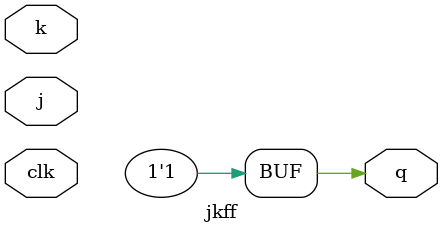
<source format=v>
`timescale 1ns / 1ps
module jkff(j, k, clk, q);
    input j,k,clk;
    output q=1;
    reg q;
    always @ (negedge clk)
    begin
    if (j==0 && k==0)
    q<=q;
    else if (j==0 && k==1)
    q=0;
    else if (j==1 && k==0)
    q=1;
    else
    q<=~q;
    end
endmodule
</source>
